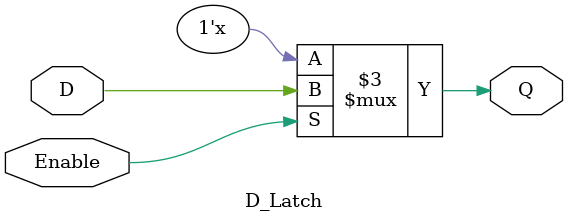
<source format=v>
`timescale 1ns / 1ps
module D_Latch(
    input D, Enable,
    output reg Q
    );
    
    always@(Enable)
    begin
    Q <= 0;
        if(Enable)
            Q<=D;
        else
            Q<=Q;
    end
endmodule

</source>
